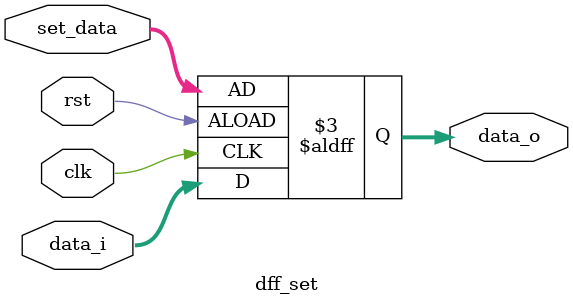
<source format=v>
module dff_set#(
    parameter DW = 32
)
(
    input clk,
    input rst,
    input [DW-1:0] set_data,
    input [DW-1:0] data_i,
    output reg [DW-1 :0] data_o
);

    always@(posedge clk or negedge rst)begin
        if(!rst)
            data_o <= set_data;
        else
            data_o <= data_i;
    end
endmodule
</source>
